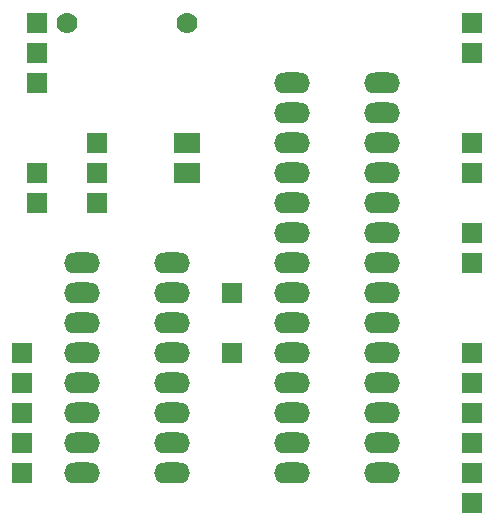
<source format=gbr>
%FSLAX35Y35*%
%MOIN*%
G04 EasyPC Gerber Version 18.0.8 Build 3632 *
%ADD70R,0.07000X0.07000*%
%ADD18O,0.12000X0.07000*%
%ADD19C,0.07000*%
%ADD71R,0.09000X0.07000*%
X0Y0D02*
D02*
D18*
X40171Y25171D03*
Y35171D03*
Y45171D03*
Y55171D03*
Y65171D03*
Y75171D03*
Y85171D03*
Y95171D03*
X70171Y25171D03*
Y35171D03*
Y45171D03*
Y55171D03*
Y65171D03*
Y75171D03*
Y85171D03*
Y95171D03*
X110171Y25171D03*
Y35171D03*
Y45171D03*
Y55171D03*
Y65171D03*
Y75171D03*
Y85171D03*
Y95171D03*
Y105171D03*
Y115171D03*
Y125171D03*
Y135171D03*
Y145171D03*
Y155171D03*
X140171Y25171D03*
Y35171D03*
Y45171D03*
Y55171D03*
Y65171D03*
Y75171D03*
Y85171D03*
Y95171D03*
Y105171D03*
Y115171D03*
Y125171D03*
Y135171D03*
Y145171D03*
Y155171D03*
D02*
D19*
X35171Y175171D03*
X75171D03*
D02*
D70*
X20171Y25171D03*
Y35171D03*
Y45171D03*
Y55171D03*
Y65171D03*
X25171Y115171D03*
Y125171D03*
Y155171D03*
Y165171D03*
Y175171D03*
X45171Y115171D03*
Y125171D03*
Y135171D03*
X90171Y65171D03*
Y85171D03*
X170171Y15171D03*
Y25171D03*
Y35171D03*
Y45171D03*
Y55171D03*
Y65171D03*
Y95171D03*
Y105171D03*
Y125171D03*
Y135171D03*
Y165171D03*
Y175171D03*
D02*
D71*
X75171Y125171D03*
Y135171D03*
X0Y0D02*
M02*

</source>
